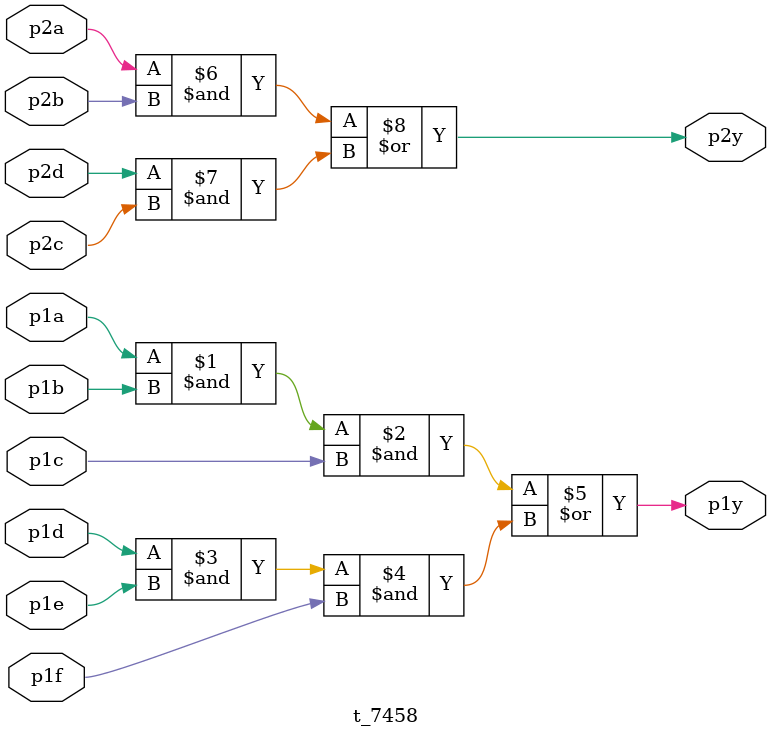
<source format=v>
module t_7458 (
    input wire p1a,
    input wire p1b,
    input wire p1c,
    input wire p1d,
    input wire p1e,
    input wire p1f,
    output wire p1y,
    input wire p2a,
    input wire p2b,
    input wire p2c,
    input wire p2d,
    output wire p2y
);
    assign p1y = p1a & p1b & p1c | (p1d & p1e & p1f);
    assign p2y = p2a & p2b | (p2d & p2c);
endmodule

</source>
